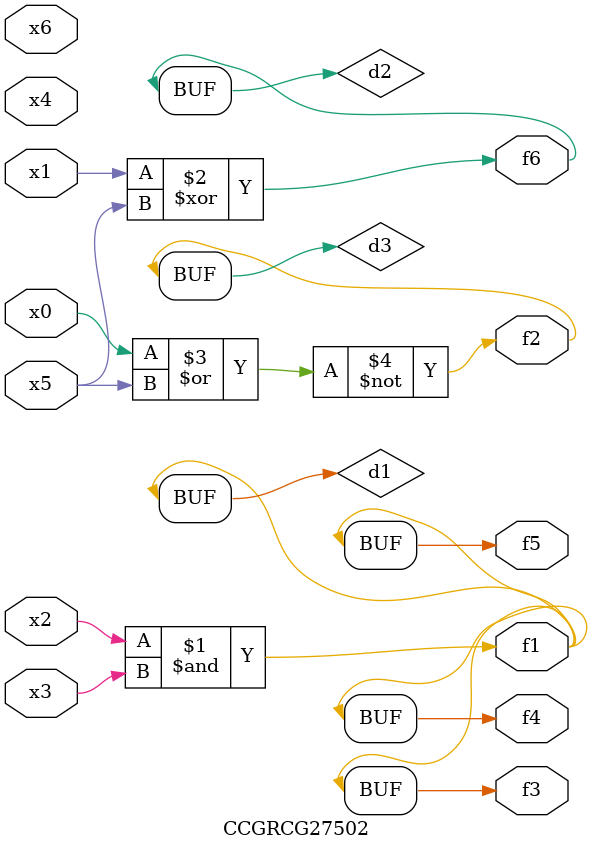
<source format=v>
module CCGRCG27502(
	input x0, x1, x2, x3, x4, x5, x6,
	output f1, f2, f3, f4, f5, f6
);

	wire d1, d2, d3;

	and (d1, x2, x3);
	xor (d2, x1, x5);
	nor (d3, x0, x5);
	assign f1 = d1;
	assign f2 = d3;
	assign f3 = d1;
	assign f4 = d1;
	assign f5 = d1;
	assign f6 = d2;
endmodule

</source>
